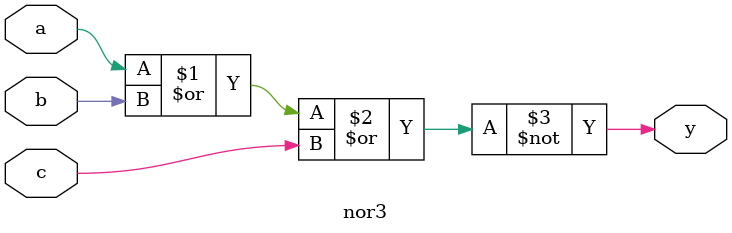
<source format=v>
/*******************************************************************
* This Program is the Confidential and Proprietary product of Altera Corp.    *
* Any unauthorized use,  reproduction or transfer of this program is strictly *
* prohibited. Copyright (c)  1994  by Altera Corp. All Rights Reserved.       *
*******************************************************************/
`celldefine

`timescale  1ns /  100ps
module nor3 (y, a, b, c);
	parameter size =1;
	input
		a,
		b,
		c;
	output
		y;
    nor  
	  (y, a, b, c);

specify

	// Synthesis parameters
	`ifdef SYNTH
     	specparam area = 1;
     	specparam capacitance$a = 1;
     	specparam capacitance$b = 1;
     	specparam capacitance$c = 1;
	`endif

    // Path Delays
    (a => y) = (1.0,1.0);
    (b => y) = (1.0,1.0);
    (c => y) = (1.0,1.0);

endspecify

endmodule
`endcelldefine

</source>
